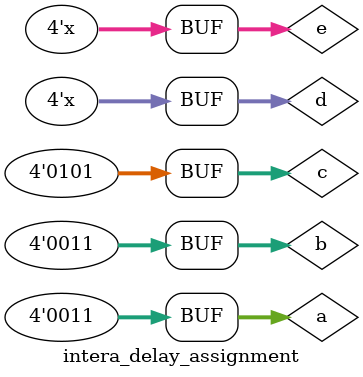
<source format=sv>
module intera_delay_assignment();
  
  reg[3:0] a,b,c,d,e;
  
  initial 
  
    begin 
    
      a<=#10 4'b0011;
      b<=#10 4'b0011;
      c<=#10 4'b0101;
     
      #10;
      
      d= #20 b&c;
      
      e = #10 b&a;
    end
  
  initial 

begin 
      
      $monitor("a=%d,b=%d,c=%d,d=%b,e=%b",a,b,c,d,e,$time);   

end 

initial 

begin 

$dumpfile("dump.vcd");
$dumpvars();

end 

endmodule 

</source>
